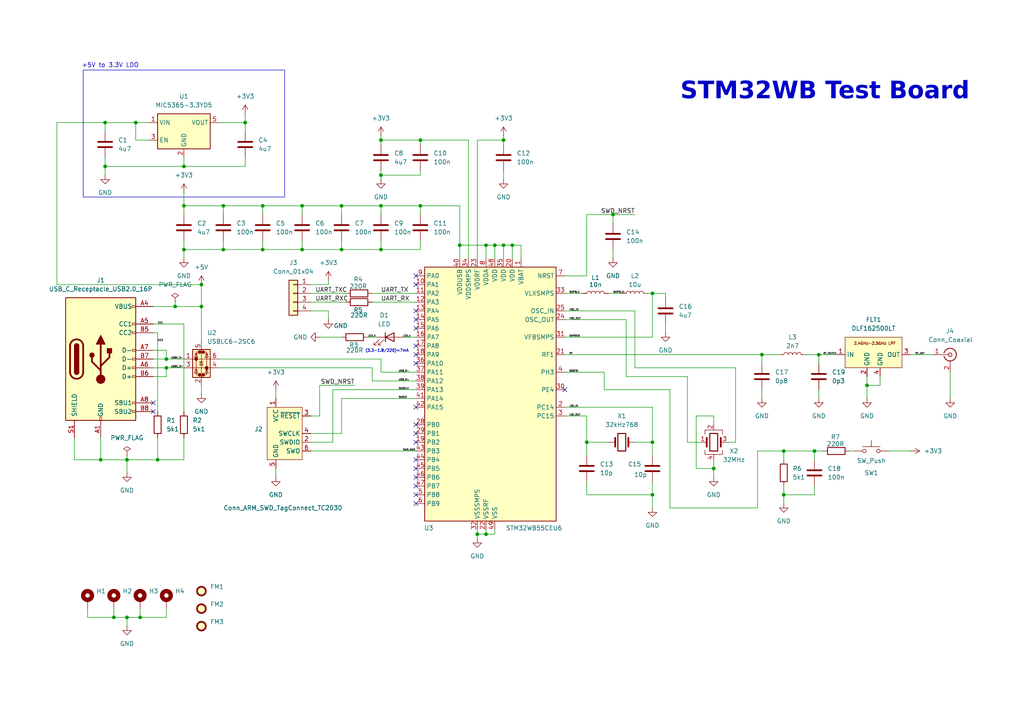
<source format=kicad_sch>
(kicad_sch (version 20231120) (generator "eeschema") (generator_version "8.0")
  (paper "A4")
  (title_block (date "2024-05-21") (rev "A"))
  (lib_symbols
    (symbol "BluephilDemo_SchematicSymbols:DLF16200LT"
      (property "Reference" "FLT" (at 0 0 0))
      (property "Value" "DLF162500LT" (at 10.414 -11.684 0))
      (symbol "DLF16200LT_0_0"
        (pin passive line (at -10.16 -6.35 0) (length 2.54) (name "IN") (number "1"))
        (pin passive line (at -1.27 -12.7 90) (length 2.54) (name "GND") (number "2"))
        (pin passive line (at 11.43 -6.35 180) (length 2.54) (name "OUT") (number "3"))
        (pin passive line (at 2.54 -12.7 90) (length 2.54) (name "GND") (number "4"))
      )
      (symbol "DLF16200LT_1_1"
        (text "2.4GHz-2.5GHz LPF" (at 1.016 -3.048 0) (effects (font (size 0.8 0.8))))
      )
    )
    (symbol "Connector:Conn_ARM_SWD_TagConnect_TC2030" (in_bom no)
      (property "Reference" "J" (at 2.54 11.43 0))
      (property "Value" "Conn_ARM_SWD_TagConnect_TC2030" (at 5.08 8.89 0))
      (symbol "Conn_ARM_SWD_TagConnect_TC2030_0_0"
        (pin power_in line (at -2.54 10.16 270) (length 2.54) (name "VCC") (number "1"))
        (pin bidirectional line (at 7.62 -2.54 180) (length 2.54) (name "SWDIO") (number "2"))
        (pin open_collector line (at 7.62 5.08 180) (length 2.54) (name "~{RESET}") (number "3"))
        (pin output line (at 7.62 0 180) (length 2.54) (name "SWCLK") (number "4"))
        (pin power_in line (at -2.54 -10.16 90) (length 2.54) (name "GND") (number "5"))
        (pin input line (at 7.62 -5.08 180) (length 2.54) (name "SWO") (number "6"))
      )
    )
    (symbol "Connector:Conn_Coaxial" (pin_names (offset 1.016) hide)
      (property "Reference" "J" (at 0.254 3.048 0))
      (property "Value" "Conn_Coaxial" (at 2.921 0 90))
      (symbol "Conn_Coaxial_1_1"
        (pin passive line (at -5.08 0 0) (length 2.54) (name "In") (number "1"))
        (pin passive line (at 0 -5.08 90) (length 2.54) (name "Ext") (number "2"))
      )
    )
    (symbol "Connector:USB_C_Receptacle_USB2.0_16P" (pin_names (offset 1.016))
      (property "Reference" "J" (at 0 22.225 0))
      (property "Value" "USB_C_Receptacle_USB2.0_16P" (at 0 19.685 0))
      (symbol "USB_C_Receptacle_USB2.0_16P_1_1"
        (pin passive line (at 0 -22.86 90) (length 5.08) (name "GND") (number "A1"))
        (pin passive line (at 0 -22.86 90) (length 5.08) hide (name "GND") (number "A12"))
        (pin passive line (at 15.24 15.24 180) (length 5.08) (name "VBUS") (number "A4"))
        (pin bidirectional line (at 15.24 10.16 180) (length 5.08) (name "CC1") (number "A5"))
        (pin bidirectional line (at 15.24 -2.54 180) (length 5.08) (name "D+") (number "A6"))
        (pin bidirectional line (at 15.24 2.54 180) (length 5.08) (name "D-") (number "A7"))
        (pin bidirectional line (at 15.24 -12.7 180) (length 5.08) (name "SBU1") (number "A8"))
        (pin passive line (at 15.24 15.24 180) (length 5.08) hide (name "VBUS") (number "A9"))
        (pin passive line (at 0 -22.86 90) (length 5.08) hide (name "GND") (number "B1"))
        (pin passive line (at 0 -22.86 90) (length 5.08) hide (name "GND") (number "B12"))
        (pin passive line (at 15.24 15.24 180) (length 5.08) hide (name "VBUS") (number "B4"))
        (pin bidirectional line (at 15.24 7.62 180) (length 5.08) (name "CC2") (number "B5"))
        (pin bidirectional line (at 15.24 -5.08 180) (length 5.08) (name "D+") (number "B6"))
        (pin bidirectional line (at 15.24 0 180) (length 5.08) (name "D-") (number "B7"))
        (pin bidirectional line (at 15.24 -15.24 180) (length 5.08) (name "SBU2") (number "B8"))
        (pin passive line (at 15.24 15.24 180) (length 5.08) hide (name "VBUS") (number "B9"))
        (pin passive line (at -7.62 -22.86 90) (length 5.08) (name "SHIELD") (number "S1"))
      )
    )
    (symbol "Connector_Generic:Conn_01x04" (pin_names (offset 1.016) hide)
      (property "Reference" "J" (at 0 5.08 0))
      (property "Value" "Conn_01x04" (at 0 -7.62 0))
      (symbol "Conn_01x04_1_1"
        (pin passive line (at -5.08 2.54 0) (length 3.81) (name "Pin_1") (number "1"))
        (pin passive line (at -5.08 0 0) (length 3.81) (name "Pin_2") (number "2"))
        (pin passive line (at -5.08 -2.54 0) (length 3.81) (name "Pin_3") (number "3"))
        (pin passive line (at -5.08 -5.08 0) (length 3.81) (name "Pin_4") (number "4"))
      )
    )
    (symbol "Device:C" (pin_numbers hide) (pin_names (offset 0.254))
      (property "Reference" "C" (at 0.635 2.54 0))
      (property "Value" "C" (at 0.635 -2.54 0))
      (symbol "C_1_1"
        (pin passive line (at 0 3.81 270) (length 2.794) (name "~") (number "1"))
        (pin passive line (at 0 -3.81 90) (length 2.794) (name "~") (number "2"))
      )
    )
    (symbol "Device:Crystal" (pin_numbers hide) (pin_names (offset 1.016) hide)
      (property "Reference" "Y" (at 0 3.81 0))
      (property "Value" "Crystal" (at 0 -3.81 0))
      (symbol "Crystal_1_1"
        (pin passive line (at -3.81 0 0) (length 1.27) (name "1") (number "1"))
        (pin passive line (at 3.81 0 180) (length 1.27) (name "2") (number "2"))
      )
    )
    (symbol "Device:Crystal_GND24" (pin_names (offset 1.016) hide)
      (property "Reference" "Y" (at 3.175 5.08 0))
      (property "Value" "Crystal_GND24" (at 3.175 3.175 0))
      (symbol "Crystal_GND24_1_1"
        (pin passive line (at -3.81 0 0) (length 1.27) (name "1") (number "1"))
        (pin passive line (at 0 5.08 270) (length 1.27) (name "2") (number "2"))
        (pin passive line (at 3.81 0 180) (length 1.27) (name "3") (number "3"))
        (pin passive line (at 0 -5.08 90) (length 1.27) (name "4") (number "4"))
      )
    )
    (symbol "Device:L" (pin_numbers hide) (pin_names (offset 1.016) hide)
      (property "Reference" "L" (at -1.27 0 90))
      (property "Value" "L" (at 1.905 0 90))
      (symbol "L_1_1"
        (pin passive line (at 0 3.81 270) (length 1.27) (name "1") (number "1"))
        (pin passive line (at 0 -3.81 90) (length 1.27) (name "2") (number "2"))
      )
    )
    (symbol "Device:LED" (pin_numbers hide) (pin_names (offset 1.016) hide)
      (property "Reference" "D" (at 0 2.54 0))
      (property "Value" "LED" (at 0 -2.54 0))
      (symbol "LED_1_1"
        (pin passive line (at -3.81 0 0) (length 2.54) (name "K") (number "1"))
        (pin passive line (at 3.81 0 180) (length 2.54) (name "A") (number "2"))
      )
    )
    (symbol "Device:R" (pin_numbers hide) (pin_names (offset 0))
      (property "Reference" "R" (at 2.032 0 90))
      (property "Value" "R" (at 0 0 90))
      (symbol "R_1_1"
        (pin passive line (at 0 3.81 270) (length 1.27) (name "~") (number "1"))
        (pin passive line (at 0 -3.81 90) (length 1.27) (name "~") (number "2"))
      )
    )
    (symbol "MCU_ST_STM32WB:STM32WB55CEUx"
      (property "Reference" "U" (at -17.78 39.37 0))
      (property "Value" "STM32WB55CEUx" (at 12.7 39.37 0))
      (symbol "STM32WB55CEUx_1_1"
        (pin power_in line (at -7.62 40.64 270) (length 2.54) (name "VBAT") (number "1"))
        (pin bidirectional line (at 22.86 33.02 180) (length 2.54) (name "PA1") (number "10"))
        (pin bidirectional line (at 22.86 30.48 180) (length 2.54) (name "PA2") (number "11"))
        (pin bidirectional line (at 22.86 27.94 180) (length 2.54) (name "PA3") (number "12"))
        (pin bidirectional line (at 22.86 25.4 180) (length 2.54) (name "PA4") (number "13"))
        (pin bidirectional line (at 22.86 22.86 180) (length 2.54) (name "PA5") (number "14"))
        (pin bidirectional line (at 22.86 20.32 180) (length 2.54) (name "PA6") (number "15"))
        (pin bidirectional line (at 22.86 17.78 180) (length 2.54) (name "PA7") (number "16"))
        (pin bidirectional line (at 22.86 15.24 180) (length 2.54) (name "PA8") (number "17"))
        (pin bidirectional line (at 22.86 12.7 180) (length 2.54) (name "PA9") (number "18"))
        (pin bidirectional line (at 22.86 -12.7 180) (length 2.54) (name "PB2") (number "19"))
        (pin bidirectional line (at -20.32 -2.54 0) (length 2.54) (name "PC14") (number "2"))
        (pin power_in line (at -5.08 40.64 270) (length 2.54) (name "VDD") (number "20"))
        (pin bidirectional line (at -20.32 12.7 0) (length 2.54) (name "RF1") (number "21"))
        (pin power_in line (at 2.54 -38.1 90) (length 2.54) (name "VSSRF") (number "22"))
        (pin power_in line (at 5.08 40.64 270) (length 2.54) (name "VDDRF") (number "23"))
        (pin input line (at -20.32 22.86 0) (length 2.54) (name "OSC_OUT") (number "24"))
        (pin input line (at -20.32 25.4 0) (length 2.54) (name "OSC_IN") (number "25"))
        (pin no_connect line (at -17.78 -35.56 0) (length 2.54) hide (name "AT0") (number "26"))
        (pin no_connect line (at -17.78 -33.02 0) (length 2.54) hide (name "AT1") (number "27"))
        (pin bidirectional line (at 22.86 -7.62 180) (length 2.54) (name "PB0") (number "28"))
        (pin bidirectional line (at 22.86 -10.16 180) (length 2.54) (name "PB1") (number "29"))
        (pin bidirectional line (at -20.32 -5.08 0) (length 2.54) (name "PC15") (number "3"))
        (pin bidirectional line (at -20.32 2.54 0) (length 2.54) (name "PE4") (number "30"))
        (pin input line (at -20.32 17.78 0) (length 2.54) (name "VFBSMPS") (number "31"))
        (pin power_in line (at 5.08 -38.1 90) (length 2.54) (name "VSSSMPS") (number "32"))
        (pin power_in line (at -20.32 30.48 0) (length 2.54) (name "VLXSMPS") (number "33"))
        (pin power_in line (at 7.62 40.64 270) (length 2.54) (name "VDDSMPS") (number "34"))
        (pin power_in line (at -2.54 40.64 270) (length 2.54) (name "VDD") (number "35"))
        (pin bidirectional line (at 22.86 10.16 180) (length 2.54) (name "PA10") (number "36"))
        (pin bidirectional line (at 22.86 7.62 180) (length 2.54) (name "PA11") (number "37"))
        (pin bidirectional line (at 22.86 5.08 180) (length 2.54) (name "PA12") (number "38"))
        (pin bidirectional line (at 22.86 2.54 180) (length 2.54) (name "PA13") (number "39"))
        (pin bidirectional line (at -20.32 7.62 0) (length 2.54) (name "PH3") (number "4"))
        (pin power_in line (at 10.16 40.64 270) (length 2.54) (name "VDDUSB") (number "40"))
        (pin bidirectional line (at 22.86 0 180) (length 2.54) (name "PA14") (number "41"))
        (pin bidirectional line (at 22.86 -2.54 180) (length 2.54) (name "PA15") (number "42"))
        (pin bidirectional line (at 22.86 -15.24 180) (length 2.54) (name "PB3") (number "43"))
        (pin bidirectional line (at 22.86 -17.78 180) (length 2.54) (name "PB4") (number "44"))
        (pin bidirectional line (at 22.86 -20.32 180) (length 2.54) (name "PB5") (number "45"))
        (pin bidirectional line (at 22.86 -22.86 180) (length 2.54) (name "PB6") (number "46"))
        (pin bidirectional line (at 22.86 -25.4 180) (length 2.54) (name "PB7") (number "47"))
        (pin power_in line (at 0 40.64 270) (length 2.54) (name "VDD") (number "48"))
        (pin power_in line (at 0 -38.1 90) (length 2.54) (name "VSS") (number "49"))
        (pin bidirectional line (at 22.86 -27.94 180) (length 2.54) (name "PB8") (number "5"))
        (pin bidirectional line (at 22.86 -30.48 180) (length 2.54) (name "PB9") (number "6"))
        (pin input line (at -20.32 35.56 0) (length 2.54) (name "NRST") (number "7"))
        (pin power_in line (at 2.54 40.64 270) (length 2.54) (name "VDDA") (number "8"))
        (pin bidirectional line (at 22.86 35.56 180) (length 2.54) (name "PA0") (number "9"))
      )
    )
    (symbol "Mechanical:Fiducial" (exclude_from_sim yes) (in_bom no)
      (property "Reference" "FID" (at 0 5.08 0))
      (property "Value" "Fiducial" (at 0 3.175 0))
    )
    (symbol "Mechanical:MountingHole_Pad" (pin_numbers hide) (pin_names (offset 1.016) hide) (exclude_from_sim yes) (in_bom no)
      (property "Reference" "H" (at 0 6.35 0))
      (property "Value" "MountingHole_Pad" (at 0 4.445 0))
      (symbol "MountingHole_Pad_1_1"
        (pin input line (at 0 -2.54 90) (length 2.54) (name "1") (number "1"))
      )
    )
    (symbol "Power_Protection:USBLC6-2SC6" (pin_names hide)
      (property "Reference" "U" (at 0.635 5.715 0))
      (property "Value" "USBLC6-2SC6" (at 0.635 3.81 0))
      (symbol "USBLC6-2SC6_1_1"
        (pin passive line (at -5.08 0 0) (length 2.54) (name "I/O1") (number "1"))
        (pin passive line (at 0 -7.62 90) (length 2.54) (name "GND") (number "2"))
        (pin passive line (at -5.08 -2.54 0) (length 2.54) (name "I/O2") (number "3"))
        (pin passive line (at 5.08 -2.54 180) (length 2.54) (name "I/O2") (number "4"))
        (pin passive line (at 0 5.08 270) (length 2.54) (name "VBUS") (number "5"))
        (pin passive line (at 5.08 0 180) (length 2.54) (name "I/O1") (number "6"))
      )
    )
    (symbol "Regulator_Linear:MIC5365-3.3YD5"
      (property "Reference" "U" (at -7.62 6.35 0))
      (property "Value" "MIC5365-3.3YD5" (at 0 6.35 0))
      (symbol "MIC5365-3.3YD5_1_1"
        (pin power_in line (at -10.16 2.54 0) (length 2.54) (name "VIN") (number "1"))
        (pin power_in line (at 0 -7.62 90) (length 2.54) (name "GND") (number "2"))
        (pin input line (at -10.16 -2.54 0) (length 2.54) (name "EN") (number "3"))
        (pin no_connect line (at 7.62 -2.54 180) (length 2.54) hide (name "NC") (number "4"))
        (pin power_out line (at 10.16 2.54 180) (length 2.54) (name "VOUT") (number "5"))
      )
    )
    (symbol "Switch:SW_Push" (pin_numbers hide) (pin_names (offset 1.016) hide)
      (property "Reference" "SW" (at 1.27 2.54 0))
      (property "Value" "SW_Push" (at 0 -1.524 0))
      (symbol "SW_Push_0_1"
        (pin passive line (at -5.08 0 0) (length 2.54) (name "1") (number "1"))
        (pin passive line (at 5.08 0 180) (length 2.54) (name "2") (number "2"))
      )
    )
    (symbol "power:+3V3" (power) (pin_numbers hide) (pin_names (offset 0) hide)
      (property "Value" "+3V3" (at 0 3.556 0))
      (symbol "+3V3_1_1"
        (pin power_in line (at 0 0 90) (length 0) (name "~") (number "1"))
      )
    )
    (symbol "power:+5V" (power) (pin_numbers hide) (pin_names (offset 0) hide)
      (property "Value" "+5V" (at 0 3.556 0))
      (symbol "+5V_1_1"
        (pin power_in line (at 0 0 90) (length 0) (name "~") (number "1"))
      )
    )
    (symbol "power:GND" (power) (pin_numbers hide) (pin_names (offset 0) hide)
      (property "Value" "GND" (at 0 -3.81 0))
      (symbol "GND_1_1"
        (pin power_in line (at 0 0 270) (length 0) (name "~") (number "1"))
      )
    )
    (symbol "power:PWR_FLAG" (power) (pin_numbers hide) (pin_names (offset 0) hide)
      (property "Value" "PWR_FLAG" (at 0 3.81 0))
      (symbol "PWR_FLAG_0_0"
        (pin power_out line (at 0 0 90) (length 0) (name "~") (number "1"))
      )
    )
  )
  (junction (at 53.34 59.69))
  (junction (at 220.98 102.87))
  (junction (at 99.06 72.39))
  (junction (at 76.2 72.39))
  (junction (at 58.42 88.9))
  (junction (at 30.48 48.26))
  (junction (at 148.59 71.12))
  (junction (at 53.34 48.26))
  (junction (at 87.63 59.69))
  (junction (at 48.26 104.14))
  (junction (at 48.26 106.68))
  (junction (at 140.97 71.12))
  (junction (at 138.43 154.94))
  (junction (at 99.06 59.69))
  (junction (at 143.51 71.12))
  (junction (at 40.64 179.07))
  (junction (at 237.49 102.87))
  (junction (at 177.8 62.23))
  (junction (at 39.37 35.56))
  (junction (at 236.22 130.81))
  (junction (at 36.83 179.07))
  (junction (at 121.92 40.64))
  (junction (at 71.12 35.56))
  (junction (at 33.02 179.07))
  (junction (at 110.49 50.8))
  (junction (at 189.23 143.51))
  (junction (at 36.83 133.35))
  (junction (at 50.8 88.9))
  (junction (at 58.42 82.55))
  (junction (at 189.23 85.09))
  (junction (at 110.49 40.64))
  (junction (at 207.01 135.89))
  (junction (at 227.33 143.51))
  (junction (at 53.34 72.39))
  (junction (at 29.21 133.35))
  (junction (at 87.63 72.39))
  (junction (at 45.72 133.35))
  (junction (at 30.48 35.56))
  (junction (at 64.77 59.69))
  (junction (at 146.05 40.64))
  (junction (at 76.2 59.69))
  (junction (at 146.05 71.12))
  (junction (at 133.35 71.12))
  (junction (at 189.23 128.27))
  (junction (at 64.77 72.39))
  (junction (at 121.92 59.69))
  (junction (at 110.49 72.39))
  (junction (at 170.18 128.27))
  (junction (at 110.49 59.69))
  (junction (at 140.97 154.94))
  (junction (at 227.33 130.81))
  (junction (at 251.46 111.76))
  (no_connect (at 120.65 138.43))
  (no_connect (at 120.65 100.33))
  (no_connect (at 120.65 146.05))
  (no_connect (at 120.65 82.55))
  (no_connect (at 120.65 90.17))
  (no_connect (at 120.65 128.27))
  (no_connect (at 120.65 143.51))
  (no_connect (at 120.65 92.71))
  (no_connect (at 120.65 118.11))
  (no_connect (at 120.65 102.87))
  (no_connect (at 120.65 105.41))
  (no_connect (at 120.65 135.89))
  (no_connect (at 120.65 140.97))
  (no_connect (at 163.83 113.03))
  (no_connect (at 120.65 125.73))
  (no_connect (at 44.45 119.38))
  (no_connect (at 44.45 116.84))
  (no_connect (at 120.65 133.35))
  (no_connect (at 120.65 80.01))
  (no_connect (at 120.65 95.25))
  (no_connect (at 120.65 123.19))
  (wire (pts (xy 170.18 143.51) (xy 189.23 143.51)))
  (wire (pts (xy 110.49 69.85) (xy 110.49 72.39)))
  (wire (pts (xy 107.95 110.49) (xy 120.65 110.49)))
  (wire (pts (xy 194.31 147.32) (xy 219.71 147.32)))
  (wire (pts (xy 227.33 140.97) (xy 227.33 143.51)))
  (wire (pts (xy 201.93 135.89) (xy 207.01 135.89)))
  (wire (pts (xy 92.71 97.79) (xy 99.06 97.79)))
  (wire (pts (xy 181.61 92.71) (xy 181.61 109.22)))
  (wire (pts (xy 177.8 72.39) (xy 177.8 74.93)))
  (wire (pts (xy 45.72 119.38) (xy 45.72 96.52)))
  (wire (pts (xy 44.45 106.68) (xy 48.26 106.68)))
  (wire (pts (xy 163.83 85.09) (xy 168.91 85.09)))
  (wire (pts (xy 163.83 90.17) (xy 184.15 90.17)))
  (wire (pts (xy 138.43 40.64) (xy 146.05 40.64)))
  (wire (pts (xy 87.63 72.39) (xy 76.2 72.39)))
  (wire (pts (xy 199.39 109.22) (xy 199.39 128.27)))
  (wire (pts (xy 251.46 111.76) (xy 251.46 115.57)))
  (wire (pts (xy 170.18 128.27) (xy 170.18 132.08)))
  (wire (pts (xy 43.18 40.64) (xy 39.37 40.64)))
  (wire (pts (xy 39.37 35.56) (xy 43.18 35.56)))
  (wire (pts (xy 48.26 104.14) (xy 53.34 104.14)))
  (wire (pts (xy 30.48 48.26) (xy 30.48 45.72)))
  (wire (pts (xy 233.68 102.87) (xy 237.49 102.87)))
  (wire (pts (xy 170.18 120.65) (xy 170.18 128.27)))
  (wire (pts (xy 53.34 59.69) (xy 64.77 59.69)))
  (wire (pts (xy 148.59 71.12) (xy 146.05 71.12)))
  (wire (pts (xy 95.25 92.71) (xy 95.25 90.17)))
  (wire (pts (xy 135.89 40.64) (xy 121.92 40.64)))
  (wire (pts (xy 236.22 130.81) (xy 236.22 133.35)))
  (wire (pts (xy 275.59 107.95) (xy 275.59 115.57)))
  (wire (pts (xy 64.77 59.69) (xy 64.77 62.23)))
  (wire (pts (xy 140.97 154.94) (xy 138.43 154.94)))
  (wire (pts (xy 255.27 109.22) (xy 255.27 111.76)))
  (wire (pts (xy 53.34 93.98) (xy 53.34 119.38)))
  (wire (pts (xy 53.34 62.23) (xy 53.34 59.69)))
  (wire (pts (xy 163.83 97.79) (xy 189.23 97.79)))
  (wire (pts (xy 71.12 33.02) (xy 71.12 35.56)))
  (wire (pts (xy 48.26 179.07) (xy 48.26 176.53)))
  (wire (pts (xy 71.12 48.26) (xy 71.12 45.72)))
  (wire (pts (xy 99.06 59.69) (xy 99.06 62.23)))
  (wire (pts (xy 138.43 154.94) (xy 138.43 156.21)))
  (wire (pts (xy 76.2 69.85) (xy 76.2 72.39)))
  (wire (pts (xy 36.83 133.35) (xy 45.72 133.35)))
  (wire (pts (xy 116.84 97.79) (xy 120.65 97.79)))
  (wire (pts (xy 90.17 85.09) (xy 100.33 85.09)))
  (wire (pts (xy 189.23 97.79) (xy 189.23 85.09)))
  (wire (pts (xy 58.42 111.76) (xy 58.42 114.3)))
  (wire (pts (xy 110.49 40.64) (xy 110.49 41.91)))
  (wire (pts (xy 193.04 93.98) (xy 193.04 96.52)))
  (wire (pts (xy 138.43 153.67) (xy 138.43 154.94)))
  (wire (pts (xy 110.49 104.14) (xy 110.49 107.95)))
  (wire (pts (xy 53.34 55.88) (xy 53.34 59.69)))
  (wire (pts (xy 36.83 179.07) (xy 40.64 179.07)))
  (wire (pts (xy 50.8 87.63) (xy 50.8 88.9)))
  (wire (pts (xy 184.15 90.17) (xy 184.15 106.68)))
  (wire (pts (xy 58.42 99.06) (xy 58.42 88.9)))
  (wire (pts (xy 121.92 50.8) (xy 121.92 49.53)))
  (wire (pts (xy 175.26 113.03) (xy 194.31 113.03)))
  (wire (pts (xy 96.52 113.03) (xy 120.65 113.03)))
  (wire (pts (xy 135.89 74.93) (xy 135.89 40.64)))
  (wire (pts (xy 236.22 143.51) (xy 227.33 143.51)))
  (wire (pts (xy 189.23 85.09) (xy 193.04 85.09)))
  (wire (pts (xy 175.26 107.95) (xy 175.26 113.03)))
  (wire (pts (xy 170.18 80.01) (xy 170.18 62.23)))
  (wire (pts (xy 143.51 154.94) (xy 140.97 154.94)))
  (wire (pts (xy 170.18 62.23) (xy 177.8 62.23)))
  (wire (pts (xy 110.49 49.53) (xy 110.49 50.8)))
  (wire (pts (xy 177.8 62.23) (xy 177.8 64.77)))
  (wire (pts (xy 133.35 71.12) (xy 133.35 74.93)))
  (wire (pts (xy 29.21 133.35) (xy 36.83 133.35)))
  (wire (pts (xy 170.18 139.7) (xy 170.18 143.51)))
  (wire (pts (xy 53.34 72.39) (xy 53.34 69.85)))
  (wire (pts (xy 110.49 59.69) (xy 99.06 59.69)))
  (wire (pts (xy 40.64 176.53) (xy 40.64 179.07)))
  (wire (pts (xy 90.17 87.63) (xy 100.33 87.63)))
  (wire (pts (xy 21.59 127) (xy 21.59 133.35)))
  (wire (pts (xy 95.25 90.17) (xy 90.17 90.17)))
  (wire (pts (xy 58.42 82.55) (xy 16.51 82.55)))
  (wire (pts (xy 16.51 35.56) (xy 30.48 35.56)))
  (wire (pts (xy 177.8 62.23) (xy 184.15 62.23)))
  (wire (pts (xy 64.77 72.39) (xy 64.77 69.85)))
  (wire (pts (xy 53.34 48.26) (xy 71.12 48.26)))
  (wire (pts (xy 92.71 120.65) (xy 92.71 111.76)))
  (wire (pts (xy 143.51 71.12) (xy 143.51 74.93)))
  (wire (pts (xy 29.21 127) (xy 29.21 133.35)))
  (wire (pts (xy 236.22 130.81) (xy 238.76 130.81)))
  (wire (pts (xy 71.12 35.56) (xy 63.5 35.56)))
  (wire (pts (xy 170.18 128.27) (xy 176.53 128.27)))
  (wire (pts (xy 53.34 48.26) (xy 30.48 48.26)))
  (wire (pts (xy 121.92 69.85) (xy 121.92 72.39)))
  (wire (pts (xy 106.68 97.79) (xy 109.22 97.79)))
  (wire (pts (xy 148.59 71.12) (xy 148.59 74.93)))
  (wire (pts (xy 30.48 35.56) (xy 39.37 35.56)))
  (wire (pts (xy 181.61 109.22) (xy 199.39 109.22)))
  (wire (pts (xy 76.2 59.69) (xy 64.77 59.69)))
  (wire (pts (xy 87.63 59.69) (xy 87.63 62.23)))
  (wire (pts (xy 99.06 125.73) (xy 90.17 125.73)))
  (wire (pts (xy 110.49 50.8) (xy 110.49 52.07)))
  (wire (pts (xy 227.33 143.51) (xy 227.33 146.05)))
  (wire (pts (xy 227.33 130.81) (xy 227.33 133.35)))
  (wire (pts (xy 163.83 92.71) (xy 181.61 92.71)))
  (wire (pts (xy 213.36 106.68) (xy 213.36 128.27)))
  (wire (pts (xy 220.98 102.87) (xy 226.06 102.87)))
  (wire (pts (xy 58.42 88.9) (xy 50.8 88.9)))
  (wire (pts (xy 121.92 40.64) (xy 121.92 41.91)))
  (wire (pts (xy 140.97 153.67) (xy 140.97 154.94)))
  (wire (pts (xy 99.06 69.85) (xy 99.06 72.39)))
  (wire (pts (xy 220.98 113.03) (xy 220.98 115.57)))
  (wire (pts (xy 76.2 59.69) (xy 76.2 62.23)))
  (wire (pts (xy 21.59 133.35) (xy 29.21 133.35)))
  (wire (pts (xy 237.49 102.87) (xy 237.49 105.41)))
  (wire (pts (xy 16.51 82.55) (xy 16.51 35.56)))
  (wire (pts (xy 189.23 118.11) (xy 189.23 128.27)))
  (wire (pts (xy 207.01 135.89) (xy 207.01 138.43)))
  (wire (pts (xy 36.83 179.07) (xy 36.83 181.61)))
  (wire (pts (xy 133.35 59.69) (xy 133.35 71.12)))
  (wire (pts (xy 220.98 102.87) (xy 220.98 105.41)))
  (wire (pts (xy 213.36 128.27) (xy 210.82 128.27)))
  (wire (pts (xy 96.52 128.27) (xy 96.52 113.03)))
  (wire (pts (xy 90.17 128.27) (xy 96.52 128.27)))
  (wire (pts (xy 237.49 102.87) (xy 242.57 102.87)))
  (wire (pts (xy 163.83 120.65) (xy 170.18 120.65)))
  (wire (pts (xy 33.02 176.53) (xy 33.02 179.07)))
  (wire (pts (xy 90.17 82.55) (xy 95.25 82.55)))
  (wire (pts (xy 95.25 82.55) (xy 95.25 81.28)))
  (wire (pts (xy 99.06 115.57) (xy 99.06 125.73)))
  (wire (pts (xy 138.43 74.93) (xy 138.43 40.64)))
  (wire (pts (xy 163.83 80.01) (xy 170.18 80.01)))
  (wire (pts (xy 110.49 50.8) (xy 121.92 50.8)))
  (wire (pts (xy 25.4 179.07) (xy 33.02 179.07)))
  (wire (pts (xy 146.05 39.37) (xy 146.05 40.64)))
  (wire (pts (xy 33.02 179.07) (xy 36.83 179.07)))
  (wire (pts (xy 121.92 40.64) (xy 110.49 40.64)))
  (wire (pts (xy 143.51 153.67) (xy 143.51 154.94)))
  (wire (pts (xy 264.16 102.87) (xy 270.51 102.87)))
  (wire (pts (xy 48.26 101.6) (xy 44.45 101.6)))
  (wire (pts (xy 99.06 72.39) (xy 87.63 72.39)))
  (wire (pts (xy 246.38 130.81) (xy 247.65 130.81)))
  (wire (pts (xy 107.95 110.49) (xy 107.95 106.68)))
  (wire (pts (xy 45.72 127) (xy 45.72 133.35)))
  (wire (pts (xy 121.92 59.69) (xy 121.92 62.23)))
  (wire (pts (xy 58.42 88.9) (xy 58.42 82.55)))
  (wire (pts (xy 184.15 106.68) (xy 213.36 106.68)))
  (wire (pts (xy 201.93 120.65) (xy 201.93 135.89)))
  (wire (pts (xy 36.83 132.08) (xy 36.83 133.35)))
  (wire (pts (xy 121.92 59.69) (xy 110.49 59.69)))
  (wire (pts (xy 133.35 59.69) (xy 121.92 59.69)))
  (wire (pts (xy 92.71 111.76) (xy 102.87 111.76)))
  (wire (pts (xy 163.83 102.87) (xy 220.98 102.87)))
  (wire (pts (xy 151.13 71.12) (xy 148.59 71.12)))
  (wire (pts (xy 39.37 40.64) (xy 39.37 35.56)))
  (wire (pts (xy 48.26 106.68) (xy 48.26 109.22)))
  (wire (pts (xy 143.51 71.12) (xy 140.97 71.12)))
  (wire (pts (xy 236.22 140.97) (xy 236.22 143.51)))
  (wire (pts (xy 121.92 72.39) (xy 110.49 72.39)))
  (wire (pts (xy 53.34 133.35) (xy 53.34 127)))
  (wire (pts (xy 30.48 35.56) (xy 30.48 38.1)))
  (wire (pts (xy 237.49 113.03) (xy 237.49 115.57)))
  (wire (pts (xy 63.5 106.68) (xy 107.95 106.68)))
  (wire (pts (xy 44.45 104.14) (xy 48.26 104.14)))
  (wire (pts (xy 219.71 147.32) (xy 219.71 130.81)))
  (wire (pts (xy 189.23 143.51) (xy 189.23 139.7)))
  (wire (pts (xy 87.63 59.69) (xy 76.2 59.69)))
  (wire (pts (xy 251.46 109.22) (xy 251.46 111.76)))
  (wire (pts (xy 90.17 130.81) (xy 120.65 130.81)))
  (wire (pts (xy 53.34 45.72) (xy 53.34 48.26)))
  (wire (pts (xy 99.06 59.69) (xy 87.63 59.69)))
  (wire (pts (xy 36.83 133.35) (xy 36.83 137.16)))
  (wire (pts (xy 30.48 48.26) (xy 30.48 50.8)))
  (wire (pts (xy 110.49 72.39) (xy 99.06 72.39)))
  (wire (pts (xy 151.13 74.93) (xy 151.13 71.12)))
  (wire (pts (xy 44.45 96.52) (xy 45.72 96.52)))
  (wire (pts (xy 257.81 130.81) (xy 264.16 130.81)))
  (wire (pts (xy 64.77 72.39) (xy 53.34 72.39)))
  (wire (pts (xy 140.97 71.12) (xy 140.97 74.93)))
  (wire (pts (xy 48.26 106.68) (xy 53.34 106.68)))
  (wire (pts (xy 76.2 72.39) (xy 64.77 72.39)))
  (wire (pts (xy 140.97 71.12) (xy 133.35 71.12)))
  (wire (pts (xy 45.72 133.35) (xy 53.34 133.35)))
  (wire (pts (xy 44.45 109.22) (xy 48.26 109.22)))
  (wire (pts (xy 90.17 120.65) (xy 92.71 120.65)))
  (wire (pts (xy 71.12 38.1) (xy 71.12 35.56)))
  (wire (pts (xy 163.83 118.11) (xy 189.23 118.11)))
  (wire (pts (xy 251.46 111.76) (xy 255.27 111.76)))
  (wire (pts (xy 146.05 40.64) (xy 146.05 41.91)))
  (wire (pts (xy 146.05 71.12) (xy 146.05 74.93)))
  (wire (pts (xy 80.01 135.89) (xy 80.01 138.43)))
  (wire (pts (xy 219.71 130.81) (xy 227.33 130.81)))
  (wire (pts (xy 227.33 130.81) (xy 236.22 130.81)))
  (wire (pts (xy 187.96 85.09) (xy 189.23 85.09)))
  (wire (pts (xy 184.15 128.27) (xy 189.23 128.27)))
  (wire (pts (xy 53.34 72.39) (xy 53.34 74.93)))
  (wire (pts (xy 207.01 120.65) (xy 201.93 120.65)))
  (wire (pts (xy 146.05 71.12) (xy 143.51 71.12)))
  (wire (pts (xy 80.01 113.03) (xy 80.01 115.57)))
  (wire (pts (xy 110.49 107.95) (xy 120.65 107.95)))
  (wire (pts (xy 207.01 135.89) (xy 207.01 133.35)))
  (wire (pts (xy 107.95 85.09) (xy 120.65 85.09)))
  (wire (pts (xy 99.06 115.57) (xy 120.65 115.57)))
  (wire (pts (xy 107.95 87.63) (xy 120.65 87.63)))
  (wire (pts (xy 207.01 123.19) (xy 207.01 120.65)))
  (wire (pts (xy 40.64 179.07) (xy 48.26 179.07)))
  (wire (pts (xy 194.31 113.03) (xy 194.31 147.32)))
  (wire (pts (xy 193.04 85.09) (xy 193.04 86.36)))
  (wire (pts (xy 189.23 143.51) (xy 189.23 147.32)))
  (wire (pts (xy 110.49 59.69) (xy 110.49 62.23)))
  (wire (pts (xy 44.45 93.98) (xy 53.34 93.98)))
  (wire (pts (xy 87.63 69.85) (xy 87.63 72.39)))
  (wire (pts (xy 63.5 104.14) (xy 110.49 104.14)))
  (wire (pts (xy 176.53 85.09) (xy 180.34 85.09)))
  (wire (pts (xy 50.8 88.9) (xy 44.45 88.9)))
  (wire (pts (xy 48.26 104.14) (xy 48.26 101.6)))
  (wire (pts (xy 189.23 132.08) (xy 189.23 128.27)))
  (wire (pts (xy 199.39 128.27) (xy 203.2 128.27)))
  (wire (pts (xy 110.49 39.37) (xy 110.49 40.64)))
  (wire (pts (xy 25.4 176.53) (xy 25.4 179.07)))
  (wire (pts (xy 163.83 107.95) (xy 175.26 107.95)))
  (wire (pts (xy 146.05 49.53) (xy 146.05 52.07)))
  (rectangle (start 24.13 20.32) (end 82.55 57.15))
  (text "STM32WB Test Board" (at 239.268 27.94 0) (effects (font (size 5 5) (thickness 0.254) (bold yes))))
  (text "+5V to 3.3V LDO" (at 32.004 19.05 0) (effects (font (size 1.27 1.27))))
  (text "(3.3-1.8/220)=7mA" (at 112.268 101.854 0) (effects (font (size 0.8 0.8))))
  (label "SMPSLXL" (at 177.8 85.09 0) (effects (font (size 0.5 0.5))))
  (label "UART_RX" (at 110.49 87.63 0))
  (label "LED_K" (at 106.68 97.79 0) (effects (font (size 0.5 0.5))))
  (label "CC2" (at 45.72 99.06 0) (effects (font (size 0.5 0.5))))
  (label "SWDIO" (at 115.57 115.57 0) (effects (font (size 0.5 0.5))))
  (label "SWD_SWO" (at 116.84 130.81 0) (effects (font (size 0.5 0.5))))
  (label "RF_MATCH" (at 238.76 102.87 0) (effects (font (size 0.5 0.5))))
  (label "BOOT0" (at 165.1 107.95 0) (effects (font (size 0.5 0.5))))
  (label "USB_D-" (at 115.57 107.95 0) (effects (font (size 0.5 0.5))))
  (label "SWD_NRST" (at 102.87 111.76 180))
  (label "LED_A" (at 116.84 97.79 0) (effects (font (size 0.5 0.5))))
  (label "USBC_D-" (at 49.53 104.14 0) (effects (font (size 0.5 0.5))))
  (label "SMPSFB" (at 165.1 97.79 0) (effects (font (size 0.5 0.5))))
  (label "SWD_NRST" (at 184.15 62.23 180))
  (label "SMPSLX" (at 165.1 85.09 0) (effects (font (size 0.5 0.5))))
  (label "LSE_OUT" (at 165.1 120.65 0) (effects (font (size 0.5 0.5))))
  (label "USBC_D+" (at 49.53 106.68 0) (effects (font (size 0.5 0.5))))
  (label "UART_TXC" (at 91.44 85.09 0))
  (label "HSE_OUT" (at 165.1 92.71 0) (effects (font (size 0.5 0.5))))
  (label "LSE_IN" (at 165.1 118.11 0) (effects (font (size 0.5 0.5))))
  (label "SWDCLK" (at 115.57 113.03 0) (effects (font (size 0.5 0.5))))
  (label "UART_TX" (at 110.49 85.09 0))
  (label "CC1" (at 45.72 93.98 0) (effects (font (size 0.5 0.5))))
  (label "RF_ANT" (at 265.43 102.87 0) (effects (font (size 0.5 0.5))))
  (label "RF" (at 165.1 102.87 0) (effects (font (size 0.5 0.5))))
  (label "HSE_IN" (at 165.1 90.17 0) (effects (font (size 0.5 0.5))))
  (label "UART_RXC" (at 91.44 87.63 0))
  (label "USB_D+" (at 115.57 110.49 0) (effects (font (size 0.5 0.5))))
  (symbol (lib_id "Device:R") (at 227.33 137.16 0) (unit 1)
    (property "Reference" "R6" (at 229.87 135.8899 0) (effects (justify left)))
    (property "Value" "5k1" (at 229.87 138.4299 0) (effects (justify left)))
    (property "Footprint" "Resistor_SMD:R_0402_1005Metric" (effects (hide yes)))
    (property "Description" "Resistor" (effects (hide yes)))
  )
  (symbol (lib_id "Connector:USB_C_Receptacle_USB2.0_16P") (at 29.21 104.14 0) (unit 1)
    (property "Reference" "J1" (at 29.21 81.28 0))
    (property "Value" "USB_C_Receptacle_USB2.0_16P" (at 29.21 83.82 0))
    (property "Footprint" "Connector_USB:USB_C_Receptacle_GCT_USB4105-xx-A_16P_TopMnt_Horizontal" (effects (hide yes)))
    (property "Datasheet" "https://www.usb.org/sites/default/files/documents/usb_type-c.zip" (effects (hide yes)))
    (property "Description" "USB 2.0-only 16P Type-C Receptacle connector" (effects (hide yes)))
  )
  (symbol (lib_id "power:GND") (at 58.42 114.3 0) (unit 1)
    (property "Reference" "#PWR06" (effects (hide yes)))
    (property "Value" "GND" (at 58.42 119.38 0))
    (property "Description" "Power symbol creates a global label with name \"GND\" , ground" (effects (hide yes)))
  )
  (symbol (lib_id "power:GND") (at 189.23 147.32 0) (unit 1)
    (property "Reference" "#PWR019" (effects (hide yes)))
    (property "Value" "GND" (at 189.23 152.4 0))
    (property "Description" "Power symbol creates a global label with name \"GND\" , ground" (effects (hide yes)))
  )
  (symbol (lib_id "power:GND") (at 110.49 52.07 0) (unit 1)
    (property "Reference" "#PWR014" (effects (hide yes)))
    (property "Value" "GND" (at 110.49 57.15 0))
    (property "Description" "Power symbol creates a global label with name \"GND\" , ground" (effects (hide yes)))
  )
  (symbol (lib_id "power:+3V3") (at 264.16 130.81 270) (unit 1)
    (property "Reference" "#PWR026" (effects (hide yes)))
    (property "Value" "+3V3" (at 267.97 130.8099 90) (effects (justify left)))
    (property "Description" "Power symbol creates a global label with name \"+3V3\"" (effects (hide yes)))
  )
  (symbol (lib_id "Device:C") (at 189.23 135.89 0) (unit 1)
    (property "Reference" "C15" (at 182.118 134.62 0) (effects (justify left)))
    (property "Value" "10p" (at 183.896 137.668 0) (effects (justify left)))
    (property "Footprint" "Capacitor_SMD:C_0402_1005Metric" (effects (hide yes)))
    (property "Description" "Unpolarized capacitor" (effects (hide yes)))
  )
  (symbol (lib_id "power:GND") (at 193.04 96.52 0) (unit 1)
    (property "Reference" "#PWR020" (effects (hide yes)))
    (property "Value" "GND" (at 193.04 101.6 0))
    (property "Description" "Power symbol creates a global label with name \"GND\" , ground" (effects (hide yes)))
  )
  (symbol (lib_id "power:GND") (at 92.71 97.79 270) (unit 1)
    (property "Reference" "#PWR010" (effects (hide yes)))
    (property "Value" "GND" (at 87.122 97.79 90))
    (property "Description" "Power symbol creates a global label with name \"GND\" , ground" (effects (hide yes)))
  )
  (symbol (lib_id "power:GND") (at 237.49 115.57 0) (unit 1)
    (property "Reference" "#PWR024" (effects (hide yes)))
    (property "Value" "GND" (at 237.49 120.65 0))
    (property "Description" "Power symbol creates a global label with name \"GND\" , ground" (effects (hide yes)))
  )
  (symbol (lib_id "Device:C") (at 30.48 41.91 0) (unit 1)
    (property "Reference" "C1" (at 34.29 40.6399 0) (effects (justify left)))
    (property "Value" "4u7" (at 34.29 43.1799 0) (effects (justify left)))
    (property "Footprint" "Capacitor_SMD:C_0603_1608Metric" (effects (hide yes)))
    (property "Description" "Unpolarized capacitor" (effects (hide yes)))
  )
  (symbol (lib_id "power:GND") (at 251.46 115.57 0) (unit 1)
    (property "Reference" "#PWR025" (effects (hide yes)))
    (property "Value" "GND" (at 251.46 120.65 0))
    (property "Description" "Power symbol creates a global label with name \"GND\" , ground" (effects (hide yes)))
  )
  (symbol (lib_id "power:GND") (at 138.43 156.21 0) (unit 1)
    (property "Reference" "#PWR015" (effects (hide yes)))
    (property "Value" "GND" (at 138.43 161.29 0))
    (property "Description" "Power symbol creates a global label with name \"GND\" , ground" (effects (hide yes)))
  )
  (symbol (lib_id "power:PWR_FLAG") (at 36.83 132.08 0) (unit 1)
    (property "Reference" "#FLG02" (effects (hide yes)))
    (property "Value" "PWR_FLAG" (at 36.83 127 0))
    (property "Description" "Special symbol for telling ERC where power comes from" (effects (hide yes)))
  )
  (symbol (lib_id "power:+3V3") (at 53.34 55.88 0) (unit 1)
    (property "Reference" "#PWR03" (effects (hide yes)))
    (property "Value" "+3V3" (at 53.34 50.8 0))
    (property "Description" "Power symbol creates a global label with name \"+3V3\"" (effects (hide yes)))
  )
  (symbol (lib_id "power:GND") (at 53.34 74.93 0) (unit 1)
    (property "Reference" "#PWR04" (effects (hide yes)))
    (property "Value" "GND" (at 53.34 80.01 0))
    (property "Description" "Power symbol creates a global label with name \"GND\" , ground" (effects (hide yes)))
  )
  (symbol (lib_id "Device:C") (at 237.49 109.22 0) (unit 1)
    (property "Reference" "C19" (at 241.3 107.9499 0) (effects (justify left)))
    (property "Value" "0p3" (at 241.3 110.4899 0) (effects (justify left)))
    (property "Footprint" "Capacitor_SMD:C_0402_1005Metric" (effects (hide yes)))
    (property "Description" "Unpolarized capacitor" (effects (hide yes)))
  )
  (symbol (lib_id "Device:C") (at 110.49 45.72 0) (unit 1)
    (property "Reference" "C8" (at 114.3 44.4499 0) (effects (justify left)))
    (property "Value" "4u7" (at 114.3 46.9899 0) (effects (justify left)))
    (property "Footprint" "Capacitor_SMD:C_0603_1608Metric" (effects (hide yes)))
    (property "Description" "Unpolarized capacitor" (effects (hide yes)))
  )
  (symbol (lib_id "Device:C") (at 110.49 66.04 0) (unit 1)
    (property "Reference" "C9" (at 114.3 64.7699 0) (effects (justify left)))
    (property "Value" "100n" (at 114.3 67.3099 0) (effects (justify left)))
    (property "Footprint" "Capacitor_SMD:C_0402_1005Metric" (effects (hide yes)))
    (property "Description" "Unpolarized capacitor" (effects (hide yes)))
  )
  (symbol (lib_id "Device:C") (at 193.04 90.17 0) (unit 1)
    (property "Reference" "C16" (at 196.85 88.8999 0) (effects (justify left)))
    (property "Value" "4u7" (at 196.85 91.4399 0) (effects (justify left)))
    (property "Footprint" "Capacitor_SMD:C_0603_1608Metric" (effects (hide yes)))
    (property "Description" "Unpolarized capacitor" (effects (hide yes)))
  )
  (symbol (lib_id "Power_Protection:USBLC6-2SC6") (at 58.42 104.14 0) (unit 1)
    (property "Reference" "U2" (at 60.0711 96.52 0) (effects (justify left)))
    (property "Value" "USBLC6-2SC6" (at 60.0711 99.06 0) (effects (justify left)))
    (property "Footprint" "Package_TO_SOT_SMD:SOT-23-6" (effects (hide yes)))
    (property "Datasheet" "https://www.st.com/resource/en/datasheet/usblc6-2.pdf" (effects (hide yes)))
    (property "Description" "Very low capacitance ESD protection diode, 2 data-line, SOT-23-6" (effects (hide yes)))
  )
  (symbol (lib_id "power:GND") (at 146.05 52.07 0) (unit 1)
    (property "Reference" "#PWR017" (effects (hide yes)))
    (property "Value" "GND" (at 146.05 57.15 0))
    (property "Description" "Power symbol creates a global label with name \"GND\" , ground" (effects (hide yes)))
  )
  (symbol (lib_id "Device:R") (at 104.14 87.63 90) (unit 1)
    (property "Reference" "R5" (at 103.886 89.916 90))
    (property "Value" "220R" (at 104.14 91.44 90))
    (property "Footprint" "Resistor_SMD:R_0402_1005Metric" (effects (hide yes)))
    (property "Description" "Resistor" (effects (hide yes)))
  )
  (symbol (lib_id "Device:C") (at 220.98 109.22 0) (unit 1)
    (property "Reference" "C17" (at 224.79 107.9499 0) (effects (justify left)))
    (property "Value" "0p8" (at 224.79 110.4899 0) (effects (justify left)))
    (property "Footprint" "Capacitor_SMD:C_0402_1005Metric" (effects (hide yes)))
    (property "Description" "Unpolarized capacitor" (effects (hide yes)))
  )
  (symbol (lib_id "power:GND") (at 80.01 138.43 0) (unit 1)
    (property "Reference" "#PWR09" (effects (hide yes)))
    (property "Value" "GND" (at 80.01 143.51 0))
    (property "Description" "Power symbol creates a global label with name \"GND\" , ground" (effects (hide yes)))
  )
  (symbol (lib_id "Device:LED") (at 113.03 97.79 0) (unit 1)
    (property "Reference" "D1" (at 111.4425 91.44 0))
    (property "Value" "LED" (at 111.4425 93.98 0))
    (property "Footprint" "LED_SMD:LED_0402_1005Metric" (effects (hide yes)))
    (property "Description" "Light emitting diode" (effects (hide yes)))
  )
  (symbol (lib_id "power:GND") (at 275.59 115.57 0) (unit 1)
    (property "Reference" "#PWR027" (effects (hide yes)))
    (property "Value" "GND" (at 275.59 120.65 0))
    (property "Description" "Power symbol creates a global label with name \"GND\" , ground" (effects (hide yes)))
  )
  (symbol (lib_id "Regulator_Linear:MIC5365-3.3YD5") (at 53.34 38.1 0) (unit 1)
    (property "Reference" "U1" (at 53.34 27.94 0))
    (property "Value" "MIC5365-3.3YD5" (at 53.34 30.48 0))
    (property "Footprint" "Package_TO_SOT_SMD:SOT-23-5" (effects (hide yes)))
    (property "Datasheet" "http://ww1.microchip.com/downloads/en/DeviceDoc/mic5365.pdf" (effects (hide yes)))
    (property "Description" "150mA Low-dropout Voltage Regulator, Vout 3.3V, Vin up to 5.5V, SOT-23-5" (effects (hide yes)))
  )
  (symbol (lib_id "power:+3V3") (at 146.05 39.37 0) (unit 1)
    (property "Reference" "#PWR016" (effects (hide yes)))
    (property "Value" "+3V3" (at 146.05 34.29 0))
    (property "Description" "Power symbol creates a global label with name \"+3V3\"" (effects (hide yes)))
  )
  (symbol (lib_id "Device:Crystal_GND24") (at 207.01 128.27 0) (unit 1)
    (property "Reference" "X2" (at 212.852 130.81 0))
    (property "Value" "32MHz" (at 212.852 133.35 0))
    (property "Footprint" "Crystal:Crystal_SMD_2016-4Pin_2.0x1.6mm" (effects (hide yes)))
    (property "Description" "Four pin crystal, GND on pins 2 and 4" (effects (hide yes)))
  )
  (symbol (lib_id "Device:C") (at 236.22 137.16 0) (unit 1)
    (property "Reference" "C18" (at 240.03 135.8899 0) (effects (justify left)))
    (property "Value" "100n" (at 240.03 138.4299 0) (effects (justify left)))
    (property "Footprint" "Capacitor_SMD:C_0402_1005Metric" (effects (hide yes)))
    (property "Description" "Unpolarized capacitor" (effects (hide yes)))
  )
  (symbol (lib_id "Device:C") (at 76.2 66.04 0) (unit 1)
    (property "Reference" "C5" (at 80.01 64.7699 0) (effects (justify left)))
    (property "Value" "100n" (at 80.01 67.3099 0) (effects (justify left)))
    (property "Footprint" "Capacitor_SMD:C_0402_1005Metric" (effects (hide yes)))
    (property "Description" "Unpolarized capacitor" (effects (hide yes)))
  )
  (symbol (lib_id "BluephilDemo_SchematicSymbols:DLF16200LT") (at 252.73 96.52 0) (unit 1)
    (property "Reference" "FLT1" (at 253.365 92.71 0))
    (property "Value" "DLF162500LT" (at 253.365 95.25 0))
    (property "Footprint" "BluephilDemo_footprint_lib:DLF162500LT" (effects (hide yes)))
  )
  (symbol (lib_id "power:+3V3") (at 95.25 81.28 0) (unit 1)
    (property "Reference" "#PWR011" (effects (hide yes)))
    (property "Value" "+3V3" (at 95.25 76.2 0))
    (property "Description" "Power symbol creates a global label with name \"+3V3\"" (effects (hide yes)))
  )
  (symbol (lib_id "Device:C") (at 121.92 45.72 0) (unit 1)
    (property "Reference" "C10" (at 125.73 44.4499 0) (effects (justify left)))
    (property "Value" "100n" (at 125.73 46.9899 0) (effects (justify left)))
    (property "Footprint" "Capacitor_SMD:C_0402_1005Metric" (effects (hide yes)))
    (property "Description" "Unpolarized capacitor" (effects (hide yes)))
  )
  (symbol (lib_id "power:+3V3") (at 71.12 33.02 0) (unit 1)
    (property "Reference" "#PWR07" (effects (hide yes)))
    (property "Value" "+3V3" (at 71.12 27.94 0))
    (property "Description" "Power symbol creates a global label with name \"+3V3\"" (effects (hide yes)))
  )
  (symbol (lib_id "Mechanical:MountingHole_Pad") (at 40.64 173.99 0) (unit 1) (exclude_from_sim yes) (in_bom no)
    (property "Reference" "H3" (at 43.18 171.4499 0) (effects (justify left)))
    (property "Value" "MountingHole_Pad" (effects (hide yes)))
    (property "Footprint" "MountingHole:MountingHole_2.2mm_M2_Pad_Via" (effects (hide yes)))
    (property "Description" "Mounting Hole with connection" (effects (hide yes)))
  )
  (symbol (lib_id "Mechanical:Fiducial") (at 58.42 176.53 0) (unit 1) (exclude_from_sim yes) (in_bom no)
    (property "Reference" "FM2" (at 60.96 175.2599 0) (effects (justify left)))
    (property "Value" "Fiducial" (effects (hide yes)))
    (property "Footprint" "Fiducial:Fiducial_1mm_Mask2mm" (effects (hide yes)))
    (property "Description" "Fiducial Marker" (effects (hide yes)))
  )
  (symbol (lib_id "power:GND") (at 227.33 146.05 0) (unit 1)
    (property "Reference" "#PWR023" (effects (hide yes)))
    (property "Value" "GND" (at 227.33 151.13 0))
    (property "Description" "Power symbol creates a global label with name \"GND\" , ground" (effects (hide yes)))
  )
  (symbol (lib_id "power:GND") (at 36.83 137.16 0) (unit 1)
    (property "Reference" "#PWR02" (effects (hide yes)))
    (property "Value" "GND" (at 36.83 142.24 0))
    (property "Description" "Power symbol creates a global label with name \"GND\" , ground" (effects (hide yes)))
  )
  (symbol (lib_id "Device:C") (at 146.05 45.72 0) (unit 1)
    (property "Reference" "C12" (at 149.86 44.4499 0) (effects (justify left)))
    (property "Value" "100n" (at 149.86 46.9899 0) (effects (justify left)))
    (property "Footprint" "Capacitor_SMD:C_0402_1005Metric" (effects (hide yes)))
    (property "Description" "Unpolarized capacitor" (effects (hide yes)))
  )
  (symbol (lib_id "power:+3V3") (at 80.01 113.03 0) (unit 1)
    (property "Reference" "#PWR08" (effects (hide yes)))
    (property "Value" "+3V3" (at 80.01 107.95 0))
    (property "Description" "Power symbol creates a global label with name \"+3V3\"" (effects (hide yes)))
  )
  (symbol (lib_id "Mechanical:Fiducial") (at 58.42 171.45 0) (unit 1) (exclude_from_sim yes) (in_bom no)
    (property "Reference" "FM1" (at 60.96 170.1799 0) (effects (justify left)))
    (property "Value" "Fiducial" (effects (hide yes)))
    (property "Footprint" "Fiducial:Fiducial_1mm_Mask2mm" (effects (hide yes)))
    (property "Description" "Fiducial Marker" (effects (hide yes)))
  )
  (symbol (lib_id "power:GND") (at 36.83 181.61 0) (unit 1)
    (property "Reference" "#PWR028" (effects (hide yes)))
    (property "Value" "GND" (at 36.83 186.69 0))
    (property "Description" "Power symbol creates a global label with name \"GND\" , ground" (effects (hide yes)))
  )
  (symbol (lib_id "Device:C") (at 177.8 68.58 0) (unit 1)
    (property "Reference" "C14" (at 181.61 67.3099 0) (effects (justify left)))
    (property "Value" "100n" (at 181.61 69.8499 0) (effects (justify left)))
    (property "Footprint" "Capacitor_SMD:C_0402_1005Metric" (effects (hide yes)))
    (property "Description" "Unpolarized capacitor" (effects (hide yes)))
  )
  (symbol (lib_id "Device:R") (at 53.34 123.19 0) (unit 1)
    (property "Reference" "R2" (at 55.88 121.9199 0) (effects (justify left)))
    (property "Value" "5k1" (at 55.88 124.4599 0) (effects (justify left)))
    (property "Footprint" "Resistor_SMD:R_0402_1005Metric" (effects (hide yes)))
    (property "Description" "Resistor" (effects (hide yes)))
  )
  (symbol (lib_id "Device:L") (at 172.72 85.09 90) (unit 1)
    (property "Reference" "L1" (at 172.72 80.518 90))
    (property "Value" "10n" (at 172.72 82.55 90))
    (property "Footprint" "Inductor_SMD:L_0402_1005Metric" (effects (hide yes)))
    (property "Description" "Inductor" (effects (hide yes)))
  )
  (symbol (lib_id "power:GND") (at 30.48 50.8 0) (unit 1)
    (property "Reference" "#PWR01" (effects (hide yes)))
    (property "Value" "GND" (at 30.48 55.88 0))
    (property "Description" "Power symbol creates a global label with name \"GND\" , ground" (effects (hide yes)))
  )
  (symbol (lib_id "Device:C") (at 121.92 66.04 0) (unit 1)
    (property "Reference" "C11" (at 125.73 64.7699 0) (effects (justify left)))
    (property "Value" "100n" (at 125.73 67.3099 0) (effects (justify left)))
    (property "Footprint" "Capacitor_SMD:C_0402_1005Metric" (effects (hide yes)))
    (property "Description" "Unpolarized capacitor" (effects (hide yes)))
  )
  (symbol (lib_id "power:+3V3") (at 110.49 39.37 0) (unit 1)
    (property "Reference" "#PWR013" (effects (hide yes)))
    (property "Value" "+3V3" (at 110.49 34.29 0))
    (property "Description" "Power symbol creates a global label with name \"+3V3\"" (effects (hide yes)))
  )
  (symbol (lib_id "power:GND") (at 207.01 138.43 0) (unit 1)
    (property "Reference" "#PWR021" (effects (hide yes)))
    (property "Value" "GND" (at 207.01 143.51 0))
    (property "Description" "Power symbol creates a global label with name \"GND\" , ground" (effects (hide yes)))
  )
  (symbol (lib_id "Device:R") (at 102.87 97.79 90) (unit 1)
    (property "Reference" "R3" (at 102.616 100.076 90))
    (property "Value" "220R" (at 102.87 101.6 90))
    (property "Footprint" "Resistor_SMD:R_0402_1005Metric" (effects (hide yes)))
    (property "Description" "Resistor" (effects (hide yes)))
  )
  (symbol (lib_id "Mechanical:MountingHole_Pad") (at 33.02 173.99 0) (unit 1) (exclude_from_sim yes) (in_bom no)
    (property "Reference" "H2" (at 35.56 171.4499 0) (effects (justify left)))
    (property "Value" "MountingHole_Pad" (effects (hide yes)))
    (property "Footprint" "MountingHole:MountingHole_2.2mm_M2_Pad_Via" (effects (hide yes)))
    (property "Description" "Mounting Hole with connection" (effects (hide yes)))
  )
  (symbol (lib_id "Device:R") (at 242.57 130.81 90) (unit 1)
    (property "Reference" "R7" (at 242.316 126.746 90))
    (property "Value" "220R" (at 242.316 128.778 90))
    (property "Footprint" "Resistor_SMD:R_0402_1005Metric" (effects (hide yes)))
    (property "Description" "Resistor" (effects (hide yes)))
  )
  (symbol (lib_id "Device:C") (at 87.63 66.04 0) (unit 1)
    (property "Reference" "C6" (at 91.44 64.7699 0) (effects (justify left)))
    (property "Value" "100n" (at 91.44 67.3099 0) (effects (justify left)))
    (property "Footprint" "Capacitor_SMD:C_0402_1005Metric" (effects (hide yes)))
    (property "Description" "Unpolarized capacitor" (effects (hide yes)))
  )
  (symbol (lib_id "Device:L") (at 184.15 85.09 90) (unit 1)
    (property "Reference" "L2" (at 184.15 80.01 90))
    (property "Value" "10u" (at 184.15 82.55 90))
    (property "Footprint" "Inductor_SMD:L_0805_2012Metric" (effects (hide yes)))
    (property "Description" "Inductor" (effects (hide yes)))
  )
  (symbol (lib_id "Device:C") (at 71.12 41.91 0) (unit 1)
    (property "Reference" "C4" (at 74.93 40.6399 0) (effects (justify left)))
    (property "Value" "4u7" (at 74.93 43.1799 0) (effects (justify left)))
    (property "Footprint" "Capacitor_SMD:C_0603_1608Metric" (effects (hide yes)))
    (property "Description" "Unpolarized capacitor" (effects (hide yes)))
  )
  (symbol (lib_id "power:PWR_FLAG") (at 50.8 87.63 0) (unit 1)
    (property "Reference" "#FLG01" (effects (hide yes)))
    (property "Value" "PWR_FLAG" (at 50.8 82.55 0))
    (property "Description" "Special symbol for telling ERC where power comes from" (effects (hide yes)))
  )
  (symbol (lib_id "Device:Crystal") (at 180.34 128.27 0) (unit 1)
    (property "Reference" "X1" (at 180.34 120.65 0))
    (property "Value" "32kHz768" (at 180.34 123.19 0))
    (property "Footprint" "Crystal:Crystal_SMD_2012-2Pin_2.0x1.2mm" (effects (hide yes)))
    (property "Description" "Two pin crystal" (effects (hide yes)))
  )
  (symbol (lib_id "power:+5V") (at 58.42 82.55 0) (unit 1)
    (property "Reference" "#PWR05" (effects (hide yes)))
    (property "Value" "+5V" (at 58.42 77.47 0))
    (property "Description" "Power symbol creates a global label with name \"+5V\"" (effects (hide yes)))
  )
  (symbol (lib_id "power:GND") (at 177.8 74.93 0) (unit 1)
    (property "Reference" "#PWR018" (effects (hide yes)))
    (property "Value" "GND" (at 177.8 80.01 0))
    (property "Description" "Power symbol creates a global label with name \"GND\" , ground" (effects (hide yes)))
  )
  (symbol (lib_id "Device:R") (at 104.14 85.09 90) (unit 1)
    (property "Reference" "R4" (at 103.886 81.026 90))
    (property "Value" "220R" (at 103.886 83.058 90))
    (property "Footprint" "Resistor_SMD:R_0402_1005Metric" (effects (hide yes)))
    (property "Description" "Resistor" (effects (hide yes)))
  )
  (symbol (lib_id "Device:R") (at 45.72 123.19 0) (unit 1)
    (property "Reference" "R1" (at 48.26 121.9199 0) (effects (justify left)))
    (property "Value" "5k1" (at 48.26 124.4599 0) (effects (justify left)))
    (property "Footprint" "Resistor_SMD:R_0402_1005Metric" (effects (hide yes)))
    (property "Description" "Resistor" (effects (hide yes)))
  )
  (symbol (lib_id "Switch:SW_Push") (at 252.73 130.81 0) (unit 1)
    (property "Reference" "SW1" (at 252.73 137.16 0))
    (property "Value" "SW_Push" (at 252.73 133.604 0))
    (property "Footprint" "Button_Switch_SMD:SW_SPST_CK_KXT3" (effects (hide yes)))
    (property "Description" "Push button switch, generic, two pins" (effects (hide yes)))
  )
  (symbol (lib_id "Connector:Conn_Coaxial") (at 275.59 102.87 0) (unit 1)
    (property "Reference" "J4" (at 274.32 96.012 0) (effects (justify left)))
    (property "Value" "Conn_Coaxial" (at 269.24 98.552 0) (effects (justify left)))
    (property "Footprint" "Connector_Coaxial:U.FL_Hirose_U.FL-R-SMT-1_Vertical" (effects (hide yes)))
    (property "Datasheet" " ~" (effects (hide yes)))
    (property "Description" "coaxial connector (BNC, SMA, SMB, SMC, Cinch/RCA, LEMO, ...)" (effects (hide yes)))
  )
  (symbol (lib_id "Mechanical:MountingHole_Pad") (at 25.4 173.99 0) (unit 1) (exclude_from_sim yes) (in_bom no)
    (property "Reference" "H1" (at 27.94 171.4499 0) (effects (justify left)))
    (property "Value" "MountingHole_Pad" (effects (hide yes)))
    (property "Footprint" "MountingHole:MountingHole_2.2mm_M2_Pad_Via" (effects (hide yes)))
    (property "Description" "Mounting Hole with connection" (effects (hide yes)))
  )
  (symbol (lib_id "Connector:Conn_ARM_SWD_TagConnect_TC2030") (at 82.55 125.73 0) (unit 1) (in_bom no)
    (property "Reference" "J2" (at 76.2 124.4599 0) (effects (justify right)))
    (property "Value" "Conn_ARM_SWD_TagConnect_TC2030" (at 99.314 147.32 0) (effects (justify right)))
    (property "Footprint" "Connector:Tag-Connect_TC2030-IDC-FP_2x03_P1.27mm_Vertical" (effects (hide yes)))
    (property "Datasheet" "https://www.tag-connect.com/wp-content/uploads/bsk-pdf-manager/TC2030-CTX_1.pdf" (effects (hide yes)))
    (property "Description" "Tag-Connect ARM Cortex SWD JTAG connector, 6 pin" (effects (hide yes)))
  )
  (symbol (lib_id "Connector_Generic:Conn_01x04") (at 85.09 85.09 0) (mirror y) (unit 1)
    (property "Reference" "J3" (at 85.09 76.2 0))
    (property "Value" "Conn_01x04" (at 85.09 78.74 0))
    (property "Footprint" "Connector_Molex:Molex_PicoBlade_53048-0410_1x04_P1.25mm_Horizontal" (effects (hide yes)))
    (property "Description" "Generic connector, single row, 01x04, script generated (kicad-library-utils/schlib/autogen/connector/)" (effects (hide yes)))
  )
  (symbol (lib_id "power:GND") (at 220.98 115.57 0) (unit 1)
    (property "Reference" "#PWR022" (effects (hide yes)))
    (property "Value" "GND" (at 220.98 120.65 0))
    (property "Description" "Power symbol creates a global label with name \"GND\" , ground" (effects (hide yes)))
  )
  (symbol (lib_id "Device:C") (at 170.18 135.89 0) (unit 1)
    (property "Reference" "C13" (at 173.99 134.6199 0) (effects (justify left)))
    (property "Value" "10p" (at 173.99 137.1599 0) (effects (justify left)))
    (property "Footprint" "Capacitor_SMD:C_0402_1005Metric" (effects (hide yes)))
    (property "Description" "Unpolarized capacitor" (effects (hide yes)))
  )
  (symbol (lib_id "Mechanical:MountingHole_Pad") (at 48.26 173.99 0) (unit 1) (exclude_from_sim yes) (in_bom no)
    (property "Reference" "H4" (at 50.8 171.4499 0) (effects (justify left)))
    (property "Value" "MountingHole_Pad" (effects (hide yes)))
    (property "Footprint" "MountingHole:MountingHole_2.2mm_M2_Pad_Via" (effects (hide yes)))
    (property "Description" "Mounting Hole with connection" (effects (hide yes)))
  )
  (symbol (lib_id "Device:L") (at 229.87 102.87 90) (unit 1)
    (property "Reference" "L3" (at 229.87 97.79 90))
    (property "Value" "2n7" (at 229.87 100.33 90))
    (property "Footprint" "Inductor_SMD:L_0402_1005Metric" (effects (hide yes)))
    (property "Description" "Inductor" (effects (hide yes)))
  )
  (symbol (lib_id "Device:C") (at 53.34 66.04 0) (unit 1)
    (property "Reference" "C2" (at 57.15 64.7699 0) (effects (justify left)))
    (property "Value" "4u7" (at 57.15 67.3099 0) (effects (justify left)))
    (property "Footprint" "Capacitor_SMD:C_0603_1608Metric" (effects (hide yes)))
    (property "Description" "Unpolarized capacitor" (effects (hide yes)))
  )
  (symbol (lib_id "power:GND") (at 95.25 92.71 0) (unit 1)
    (property "Reference" "#PWR012" (effects (hide yes)))
    (property "Value" "GND" (at 98.806 94.488 0))
    (property "Description" "Power symbol creates a global label with name \"GND\" , ground" (effects (hide yes)))
  )
  (symbol (lib_id "Device:C") (at 99.06 66.04 0) (unit 1)
    (property "Reference" "C7" (at 102.87 64.7699 0) (effects (justify left)))
    (property "Value" "100n" (at 102.87 67.3099 0) (effects (justify left)))
    (property "Footprint" "Capacitor_SMD:C_0402_1005Metric" (effects (hide yes)))
    (property "Description" "Unpolarized capacitor" (effects (hide yes)))
  )
  (symbol (lib_id "Device:C") (at 64.77 66.04 0) (unit 1)
    (property "Reference" "C3" (at 68.58 64.7699 0) (effects (justify left)))
    (property "Value" "100n" (at 68.58 67.3099 0) (effects (justify left)))
    (property "Footprint" "Capacitor_SMD:C_0402_1005Metric" (effects (hide yes)))
    (property "Description" "Unpolarized capacitor" (effects (hide yes)))
  )
  (symbol (lib_id "Mechanical:Fiducial") (at 58.42 181.61 0) (unit 1) (exclude_from_sim yes) (in_bom no)
    (property "Reference" "FM3" (at 60.96 180.3399 0) (effects (justify left)))
    (property "Value" "Fiducial" (effects (hide yes)))
    (property "Footprint" "Fiducial:Fiducial_1mm_Mask2mm" (effects (hide yes)))
    (property "Description" "Fiducial Marker" (effects (hide yes)))
  )
  (symbol (lib_id "MCU_ST_STM32WB:STM32WB55CEUx") (at 143.51 115.57 0) (mirror y) (unit 1)
    (property "Reference" "U3" (at 125.73 153.162 0) (effects (justify left)))
    (property "Value" "STM32WB55CEU6" (at 163.068 153.162 0) (effects (justify left)))
    (property "Footprint" "Package_DFN_QFN:QFN-48-1EP_7x7mm_P0.5mm_EP5.6x5.6mm" (effects (hide yes)))
    (property "Datasheet" "https://www.st.com/resource/en/datasheet/stm32wb55ce.pdf" (effects (hide yes)))
    (property "Description" "STMicroelectronics Arm Cortex-M4 MCU, 512KB flash, 256KB RAM, 64 MHz, 1.71-3.6V, 30 GPIO, UFQFPN48" (effects (hide yes)))
  )
)
</source>
